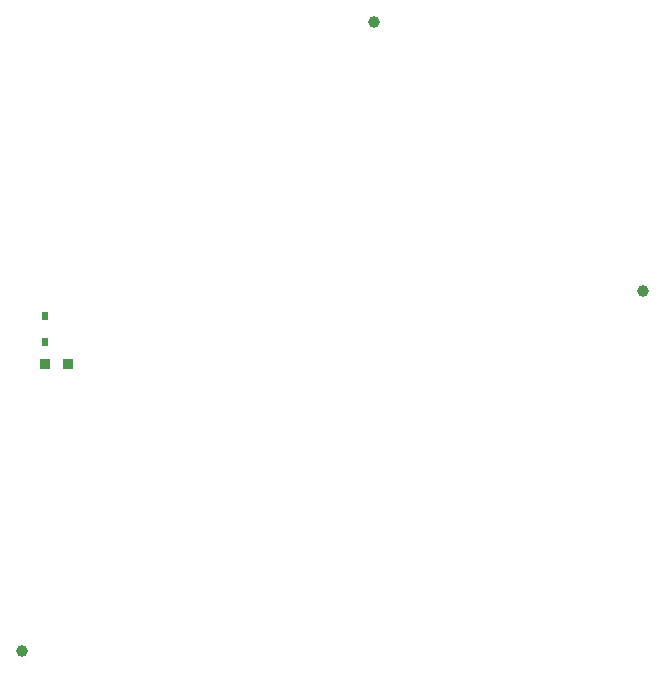
<source format=gbp>
G04*
G04 #@! TF.GenerationSoftware,Altium Limited,Altium Designer,20.2.6 (244)*
G04*
G04 Layer_Color=128*
%FSLAX44Y44*%
%MOMM*%
G71*
G04*
G04 #@! TF.SameCoordinates,C4BD39D4-7D46-4A15-92C5-5DF00FED93ED*
G04*
G04*
G04 #@! TF.FilePolarity,Positive*
G04*
G01*
G75*
%ADD15R,0.9000X0.9000*%
%ADD18R,0.5000X0.8000*%
%ADD28C,1.0000*%
D15*
X42000Y270000D02*
D03*
X61000D02*
D03*
D18*
X42000Y289000D02*
D03*
Y311000D02*
D03*
D28*
X320000Y560000D02*
D03*
X22000Y27000D02*
D03*
X548000Y332000D02*
D03*
M02*

</source>
